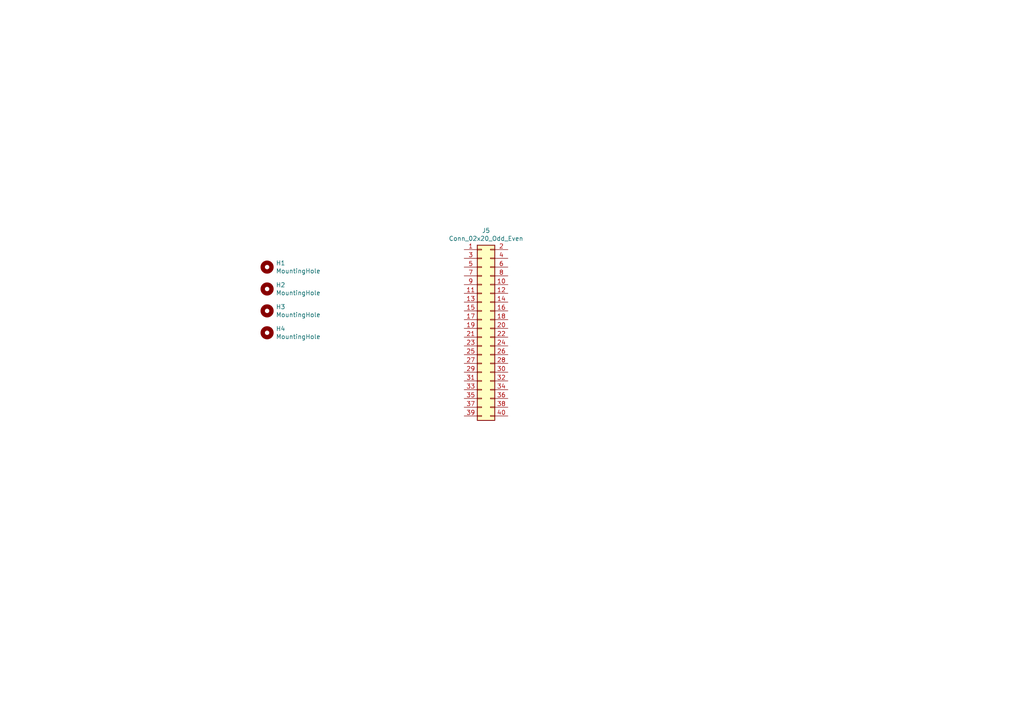
<source format=kicad_sch>
(kicad_sch (version 20210123) (generator eeschema)
  (paper "A4")
  (title_block (title "Dramite") (date "2021-01-22") (rev "R0.1") (company "Wenting Zhang"))
  (lib_symbols
    (symbol "Connector_Generic:Conn_02x20_Odd_Even" (pin_names (offset 1.016) hide)
      (property "Reference" "J" (at 1.27 25.4 0))
      (property "Value" "Conn_02x20_Odd_Even" (at 1.27 -27.94 0))
      (symbol "Conn_02x20_Odd_Even_1_1"
        (rectangle (start -1.27 -4.953) (end 0 -5.207) (stroke (width 0.1524)))
        (rectangle (start -1.27 -7.493) (end 0 -7.747) (stroke (width 0.1524)))
        (rectangle (start -1.27 -10.033) (end 0 -10.287) (stroke (width 0.1524)))
        (rectangle (start -1.27 -12.573) (end 0 -12.827) (stroke (width 0.1524)))
        (rectangle (start -1.27 -15.113) (end 0 -15.367) (stroke (width 0.1524)))
        (rectangle (start -1.27 -17.653) (end 0 -17.907) (stroke (width 0.1524)))
        (rectangle (start -1.27 -20.193) (end 0 -20.447) (stroke (width 0.1524)))
        (rectangle (start -1.27 -22.733) (end 0 -22.987) (stroke (width 0.1524)))
        (rectangle (start -1.27 -2.413) (end 0 -2.667) (stroke (width 0.1524)))
        (rectangle (start -1.27 -25.273) (end 0 -25.527) (stroke (width 0.1524)))
        (rectangle (start -1.27 2.667) (end 0 2.413) (stroke (width 0.1524)))
        (rectangle (start -1.27 5.207) (end 0 4.953) (stroke (width 0.1524)))
        (rectangle (start -1.27 7.747) (end 0 7.493) (stroke (width 0.1524)))
        (rectangle (start -1.27 10.287) (end 0 10.033) (stroke (width 0.1524)))
        (rectangle (start -1.27 0.127) (end 0 -0.127) (stroke (width 0.1524)))
        (rectangle (start -1.27 12.827) (end 0 12.573) (stroke (width 0.1524)))
        (rectangle (start -1.27 15.367) (end 0 15.113) (stroke (width 0.1524)))
        (rectangle (start -1.27 17.907) (end 0 17.653) (stroke (width 0.1524)))
        (rectangle (start -1.27 20.447) (end 0 20.193) (stroke (width 0.1524)))
        (rectangle (start -1.27 22.987) (end 0 22.733) (stroke (width 0.1524)))
        (rectangle (start -1.27 24.13) (end 3.81 -26.67) (stroke (width 0.254)) (fill (type background)))
        (rectangle (start 3.81 -4.953) (end 2.54 -5.207) (stroke (width 0.1524)))
        (rectangle (start 3.81 -7.493) (end 2.54 -7.747) (stroke (width 0.1524)))
        (rectangle (start 3.81 -10.033) (end 2.54 -10.287) (stroke (width 0.1524)))
        (rectangle (start 3.81 -12.573) (end 2.54 -12.827) (stroke (width 0.1524)))
        (rectangle (start 3.81 -15.113) (end 2.54 -15.367) (stroke (width 0.1524)))
        (rectangle (start 3.81 -17.653) (end 2.54 -17.907) (stroke (width 0.1524)))
        (rectangle (start 3.81 -20.193) (end 2.54 -20.447) (stroke (width 0.1524)))
        (rectangle (start 3.81 -22.733) (end 2.54 -22.987) (stroke (width 0.1524)))
        (rectangle (start 3.81 -2.413) (end 2.54 -2.667) (stroke (width 0.1524)))
        (rectangle (start 3.81 -25.273) (end 2.54 -25.527) (stroke (width 0.1524)))
        (rectangle (start 3.81 2.667) (end 2.54 2.413) (stroke (width 0.1524)))
        (rectangle (start 3.81 5.207) (end 2.54 4.953) (stroke (width 0.1524)))
        (rectangle (start 3.81 7.747) (end 2.54 7.493) (stroke (width 0.1524)))
        (rectangle (start 3.81 10.287) (end 2.54 10.033) (stroke (width 0.1524)))
        (rectangle (start 3.81 0.127) (end 2.54 -0.127) (stroke (width 0.1524)))
        (rectangle (start 3.81 12.827) (end 2.54 12.573) (stroke (width 0.1524)))
        (rectangle (start 3.81 15.367) (end 2.54 15.113) (stroke (width 0.1524)))
        (rectangle (start 3.81 17.907) (end 2.54 17.653) (stroke (width 0.1524)))
        (rectangle (start 3.81 20.447) (end 2.54 20.193) (stroke (width 0.1524)))
        (rectangle (start 3.81 22.987) (end 2.54 22.733) (stroke (width 0.1524)))
        (pin passive line (at -5.08 22.86 0) (length 3.81) (name "Pin_1") (number "1"))
        (pin passive line (at 7.62 12.7 180) (length 3.81) (name "Pin_10") (number "10"))
        (pin passive line (at -5.08 10.16 0) (length 3.81) (name "Pin_11") (number "11"))
        (pin passive line (at 7.62 10.16 180) (length 3.81) (name "Pin_12") (number "12"))
        (pin passive line (at -5.08 7.62 0) (length 3.81) (name "Pin_13") (number "13"))
        (pin passive line (at 7.62 7.62 180) (length 3.81) (name "Pin_14") (number "14"))
        (pin passive line (at -5.08 5.08 0) (length 3.81) (name "Pin_15") (number "15"))
        (pin passive line (at 7.62 5.08 180) (length 3.81) (name "Pin_16") (number "16"))
        (pin passive line (at -5.08 2.54 0) (length 3.81) (name "Pin_17") (number "17"))
        (pin passive line (at 7.62 2.54 180) (length 3.81) (name "Pin_18") (number "18"))
        (pin passive line (at -5.08 0 0) (length 3.81) (name "Pin_19") (number "19"))
        (pin passive line (at 7.62 22.86 180) (length 3.81) (name "Pin_2") (number "2"))
        (pin passive line (at 7.62 0 180) (length 3.81) (name "Pin_20") (number "20"))
        (pin passive line (at -5.08 -2.54 0) (length 3.81) (name "Pin_21") (number "21"))
        (pin passive line (at 7.62 -2.54 180) (length 3.81) (name "Pin_22") (number "22"))
        (pin passive line (at -5.08 -5.08 0) (length 3.81) (name "Pin_23") (number "23"))
        (pin passive line (at 7.62 -5.08 180) (length 3.81) (name "Pin_24") (number "24"))
        (pin passive line (at -5.08 -7.62 0) (length 3.81) (name "Pin_25") (number "25"))
        (pin passive line (at 7.62 -7.62 180) (length 3.81) (name "Pin_26") (number "26"))
        (pin passive line (at -5.08 -10.16 0) (length 3.81) (name "Pin_27") (number "27"))
        (pin passive line (at 7.62 -10.16 180) (length 3.81) (name "Pin_28") (number "28"))
        (pin passive line (at -5.08 -12.7 0) (length 3.81) (name "Pin_29") (number "29"))
        (pin passive line (at -5.08 20.32 0) (length 3.81) (name "Pin_3") (number "3"))
        (pin passive line (at 7.62 -12.7 180) (length 3.81) (name "Pin_30") (number "30"))
        (pin passive line (at -5.08 -15.24 0) (length 3.81) (name "Pin_31") (number "31"))
        (pin passive line (at 7.62 -15.24 180) (length 3.81) (name "Pin_32") (number "32"))
        (pin passive line (at -5.08 -17.78 0) (length 3.81) (name "Pin_33") (number "33"))
        (pin passive line (at 7.62 -17.78 180) (length 3.81) (name "Pin_34") (number "34"))
        (pin passive line (at -5.08 -20.32 0) (length 3.81) (name "Pin_35") (number "35"))
        (pin passive line (at 7.62 -20.32 180) (length 3.81) (name "Pin_36") (number "36"))
        (pin passive line (at -5.08 -22.86 0) (length 3.81) (name "Pin_37") (number "37"))
        (pin passive line (at 7.62 -22.86 180) (length 3.81) (name "Pin_38") (number "38"))
        (pin passive line (at -5.08 -25.4 0) (length 3.81) (name "Pin_39") (number "39"))
        (pin passive line (at 7.62 20.32 180) (length 3.81) (name "Pin_4") (number "4"))
        (pin passive line (at 7.62 -25.4 180) (length 3.81) (name "Pin_40") (number "40"))
        (pin passive line (at -5.08 17.78 0) (length 3.81) (name "Pin_5") (number "5"))
        (pin passive line (at 7.62 17.78 180) (length 3.81) (name "Pin_6") (number "6"))
        (pin passive line (at -5.08 15.24 0) (length 3.81) (name "Pin_7") (number "7"))
        (pin passive line (at 7.62 15.24 180) (length 3.81) (name "Pin_8") (number "8"))
        (pin passive line (at -5.08 12.7 0) (length 3.81) (name "Pin_9") (number "9"))
      )
    )
    (symbol "Mechanical:MountingHole" (pin_names (offset 1.016))
      (property "Reference" "H" (at 0 5.08 0))
      (property "Value" "MountingHole" (at 0 3.175 0))
      (symbol "MountingHole_0_1"
        (circle (center 0 0) (radius 1.27) (stroke (width 1.27)))
      )
    )
  )
  (symbol (lib_id "Mechanical:MountingHole") (at 77.47 77.47 0) (unit 1)
    (property "Reference" "H1" (at 80.01 76.3016 0) (effects (justify left)))
    (property "Value" "MountingHole" (at 80.01 78.613 0) (effects (justify left)))
    (property "Footprint" "MountingHole:MountingHole_3mm" (effects hide))
  )
  (symbol (lib_id "Mechanical:MountingHole") (at 77.47 83.82 0) (unit 1)
    (property "Reference" "H2" (at 80.01 82.6516 0) (effects (justify left)))
    (property "Value" "MountingHole" (at 80.01 84.963 0) (effects (justify left)))
    (property "Footprint" "MountingHole:MountingHole_3mm" (effects hide))
  )
  (symbol (lib_id "Mechanical:MountingHole") (at 77.47 90.17 0) (unit 1)
    (property "Reference" "H3" (at 80.01 89.0016 0) (effects (justify left)))
    (property "Value" "MountingHole" (at 80.01 91.313 0) (effects (justify left)))
    (property "Footprint" "MountingHole:MountingHole_3mm" (effects hide))
  )
  (symbol (lib_id "Mechanical:MountingHole") (at 77.47 96.52 0) (unit 1)
    (property "Reference" "H4" (at 80.01 95.3516 0) (effects (justify left)))
    (property "Value" "MountingHole" (at 80.01 97.663 0) (effects (justify left)))
    (property "Footprint" "MountingHole:MountingHole_3mm" (effects hide))
  )
  (symbol (lib_id "Connector_Generic:Conn_02x20_Odd_Even") (at 139.7 95.25 0) (unit 1)
    (property "Reference" "J5" (at 140.97 66.8782 0))
    (property "Value" "Conn_02x20_Odd_Even" (at 140.97 69.1896 0))
    (property "Footprint" "Connector_PinHeader_2.54mm:PinHeader_2x20_P2.54mm_Vertical" (effects hide))
  )
)
</source>
